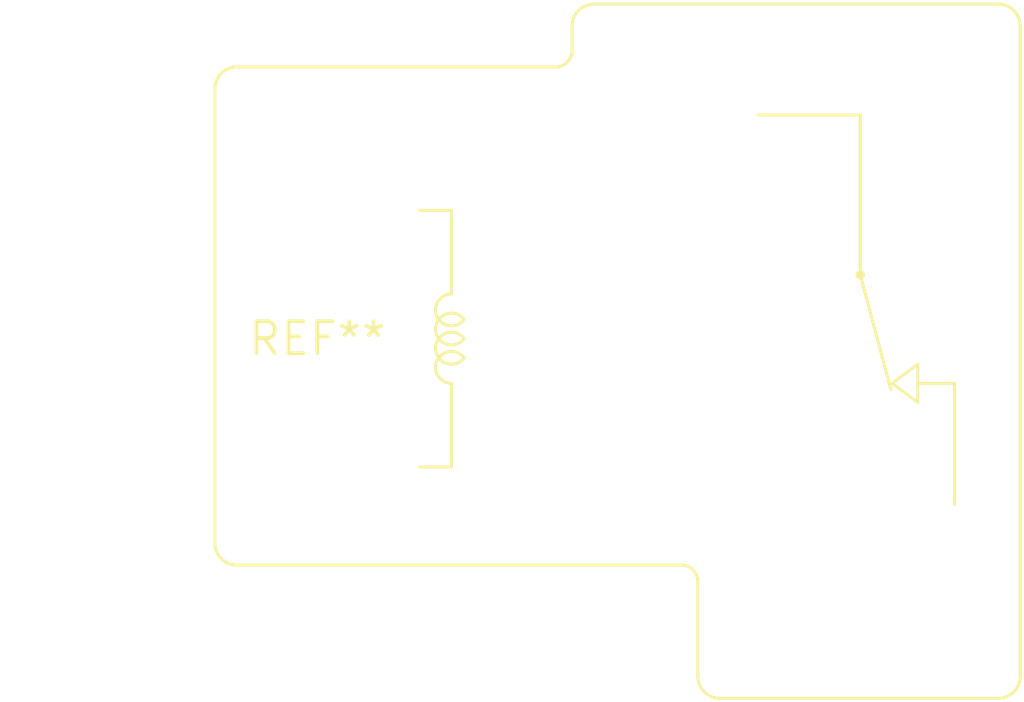
<source format=kicad_pcb>
(kicad_pcb (version 20240108) (generator pcbnew)
  (layers (0 "F.Cu" signal) (31 "B.Cu" signal) (34 "B.Paste" user) (35 "F.Paste" user) (36 "B.SilkS" user "B.Silkscreen") (37 "F.SilkS" user "F.Silkscreen") (38 "B.Mask" user) (39 "F.Mask" user) (44 "Edge.Cuts" user))
  (net 0 "")
  (footprint "Relay_SPST_RAYEX-L90BS" (layer "F.Cu") (at 0 0)
    (property "Reference" "REF**")
    (property "Value" "Relay_SPST_RAYEX-L90BS")
    (fp_line (start -4.07 -9.94) (end -4.07 8.14) (layer "F.SilkS") (stroke (width 0.12)))
    (fp_line (start -3.2 -10.81) (end 9.48 -10.81) (layer "F.SilkS") (stroke (width 0.12)))
    (fp_line (start -3.2 9.01) (end 14.48 9.01) (layer "F.SilkS") (stroke (width 0.12)))
    (fp_line (start 4.064 -5.1054) (end 5.334 -5.1054) (layer "F.SilkS") (stroke (width 0.12)))
    (fp_line (start 5.334 -1.778) (end 5.334 -5.1054) (layer "F.SilkS") (stroke (width 0.12)))
    (fp_line (start 5.334 5.1054) (end 4.064 5.1054) (layer "F.SilkS") (stroke (width 0.12)))
    (fp_line (start 5.334002 5.105397) (end 5.334002 1.777997) (layer "F.SilkS") (stroke (width 0.12)))
    (fp_line (start 10.13 -12.44) (end 10.13 -11.46) (layer "F.SilkS") (stroke (width 0.12)))
    (fp_line (start 11 -13.31) (end 27.08 -13.31) (layer "F.SilkS") (stroke (width 0.12)))
    (fp_line (start 15.13 9.66) (end 15.13 13.44) (layer "F.SilkS") (stroke (width 0.12)))
    (fp_line (start 16 14.31) (end 27.08 14.31) (layer "F.SilkS") (stroke (width 0.12)))
    (fp_line (start 21.59 -8.9) (end 17.526 -8.9) (layer "F.SilkS") (stroke (width 0.12)))
    (fp_line (start 21.59 -2.54) (end 21.59 -8.9) (layer "F.SilkS") (stroke (width 0.12)))
    (fp_line (start 21.59 -2.54) (end 22.8092 2.032) (layer "F.SilkS") (stroke (width 0.12)))
    (fp_line (start 22.86 1.778) (end 23.876 1.016) (layer "F.SilkS") (stroke (width 0.12)))
    (fp_line (start 23.876 1.778) (end 25.34 1.778) (layer "F.SilkS") (stroke (width 0.12)))
    (fp_line (start 23.876 2.54) (end 22.86 1.778) (layer "F.SilkS") (stroke (width 0.12)))
    (fp_line (start 23.876 2.54) (end 23.876 1.016) (layer "F.SilkS") (stroke (width 0.12)))
    (fp_line (start 25.34 1.778) (end 25.34 6.604) (layer "F.SilkS") (stroke (width 0.12)))
    (fp_line (start 27.95 -12.44) (end 27.95 13.44) (layer "F.SilkS") (stroke (width 0.12)))
    (fp_arc (start -4.07 -9.94) (mid -3.815183 -10.555183) (end -3.2 -10.81) (layer "F.SilkS") (stroke (width 0.12)))
    (fp_arc (start -3.2 9.01) (mid -3.815183 8.755183) (end -4.07 8.14) (layer "F.SilkS") (stroke (width 0.12)))
    (fp_arc (start 5.334002 1.777997) (mid 4.765966 0.859166) (end 5.841802 0.76173) (layer "F.SilkS") (stroke (width 0.12)))
    (fp_arc (start 5.8418 -0.761733) (mid 4.765964 -0.859168) (end 5.334 -1.778) (layer "F.SilkS") (stroke (width 0.12)))
    (fp_arc (start 5.842265 -0.000355) (mid 4.699002 -0.38078) (end 5.842 -0.762001) (layer "F.SilkS") (stroke (width 0.12)))
    (fp_arc (start 5.842266 0.761644) (mid 4.699003 0.381219) (end 5.842001 -2e-06) (layer "F.SilkS") (stroke (width 0.12)))
    (fp_arc (start 10.13 -12.44) (mid 10.384817 -13.055183) (end 11 -13.31) (layer "F.SilkS") (stroke (width 0.12)))
    (fp_arc (start 10.13 -11.46) (mid 9.939619 -11.000381) (end 9.48 -10.81) (layer "F.SilkS") (stroke (width 0.12)))
    (fp_arc (start 14.48 9.01) (mid 14.939619 9.200381) (end 15.13 9.66) (layer "F.SilkS") (stroke (width 0.12)))
    (fp_arc (start 16 14.31) (mid 15.384817 14.055183) (end 15.13 13.44) (layer "F.SilkS") (stroke (width 0.12)))
    (fp_arc (start 27.08 -13.31) (mid 27.695183 -13.055183) (end 27.95 -12.44) (layer "F.SilkS") (stroke (width 0.12)))
    (fp_arc (start 27.95 13.44) (mid 27.695183 14.055183) (end 27.08 14.31) (layer "F.SilkS") (stroke (width 0.12)))
    (fp_circle (center 21.59 -2.54) (end 21.59 -2.413) (layer "F.SilkS") (stroke (width 0.12)) (fill none))
    (pad "11" thru_hole circle (at 15.2 -8.9 180) (size 3 3) (drill 1.6) (layers *.Cu *.Mask) (remove_unused_layers))
    (pad "12" thru_hole circle (at 25.34 8.9 180) (size 3 3) (drill 1.6) (layers *.Cu *.Mask) (remove_unused_layers))
    (pad "A1" thru_hole roundrect (at 2.54 -5.1 180) (size 2 2) (drill 1.1) (layers *.Cu *.Mask) (remove_unused_layers))
    (pad "A2" thru_hole circle (at 2.54 5.1 180) (size 2 2) (drill 1.1) (layers *.Cu *.Mask) (remove_unused_layers))
  )
)
</source>
